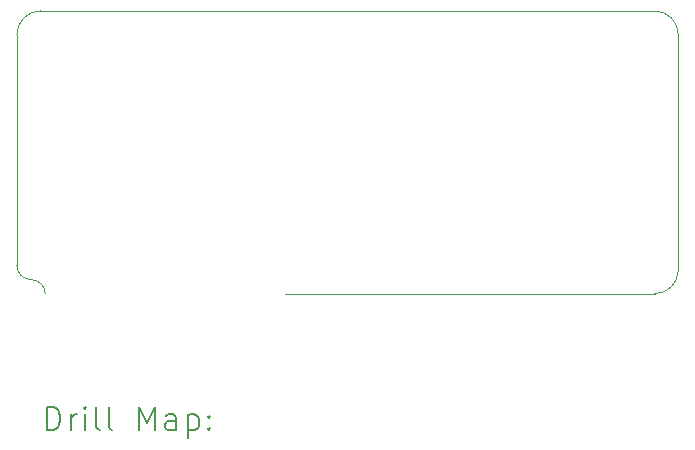
<source format=gbr>
%FSLAX45Y45*%
G04 Gerber Fmt 4.5, Leading zero omitted, Abs format (unit mm)*
G04 Created by KiCad (PCBNEW (6.0.0)) date 2022-01-13 15:14:11*
%MOMM*%
%LPD*%
G01*
G04 APERTURE LIST*
%TA.AperFunction,Profile*%
%ADD10C,0.050000*%
%TD*%
%ADD11C,0.200000*%
G04 APERTURE END LIST*
D10*
X6400000Y3394062D02*
X1200000Y3394062D01*
X6600062Y3194000D02*
X6600000Y1200000D01*
X3270000Y1000000D02*
X6399938Y999938D01*
X6600062Y3194000D02*
G75*
G03*
X6400000Y3394062I-200062J0D01*
G01*
X1200000Y3394062D02*
G75*
G03*
X999938Y3194000I0J-200062D01*
G01*
X999867Y1240133D02*
G75*
G03*
X1119933Y1120067I120067J0D01*
G01*
X6399938Y999938D02*
G75*
G03*
X6600000Y1200000I0J200062D01*
G01*
X1240000Y1000000D02*
G75*
G03*
X1119933Y1120067I-120067J0D01*
G01*
X999938Y3194000D02*
X999867Y1240133D01*
D11*
X1254986Y-155476D02*
X1254986Y44524D01*
X1302605Y44524D01*
X1331176Y35000D01*
X1350224Y15952D01*
X1359748Y-3095D01*
X1369272Y-41190D01*
X1369272Y-69762D01*
X1359748Y-107857D01*
X1350224Y-126905D01*
X1331176Y-145952D01*
X1302605Y-155476D01*
X1254986Y-155476D01*
X1454986Y-155476D02*
X1454986Y-22143D01*
X1454986Y-60238D02*
X1464510Y-41190D01*
X1474033Y-31667D01*
X1493081Y-22143D01*
X1512129Y-22143D01*
X1578795Y-155476D02*
X1578795Y-22143D01*
X1578795Y44524D02*
X1569271Y35000D01*
X1578795Y25476D01*
X1588319Y35000D01*
X1578795Y44524D01*
X1578795Y25476D01*
X1702605Y-155476D02*
X1683557Y-145952D01*
X1674033Y-126905D01*
X1674033Y44524D01*
X1807367Y-155476D02*
X1788319Y-145952D01*
X1778795Y-126905D01*
X1778795Y44524D01*
X2035938Y-155476D02*
X2035938Y44524D01*
X2102605Y-98333D01*
X2169272Y44524D01*
X2169272Y-155476D01*
X2350224Y-155476D02*
X2350224Y-50714D01*
X2340700Y-31667D01*
X2321653Y-22143D01*
X2283557Y-22143D01*
X2264510Y-31667D01*
X2350224Y-145952D02*
X2331176Y-155476D01*
X2283557Y-155476D01*
X2264510Y-145952D01*
X2254986Y-126905D01*
X2254986Y-107857D01*
X2264510Y-88809D01*
X2283557Y-79286D01*
X2331176Y-79286D01*
X2350224Y-69762D01*
X2445462Y-22143D02*
X2445462Y-222143D01*
X2445462Y-31667D02*
X2464510Y-22143D01*
X2502605Y-22143D01*
X2521653Y-31667D01*
X2531176Y-41190D01*
X2540700Y-60238D01*
X2540700Y-117381D01*
X2531176Y-136429D01*
X2521653Y-145952D01*
X2502605Y-155476D01*
X2464510Y-155476D01*
X2445462Y-145952D01*
X2626414Y-136429D02*
X2635938Y-145952D01*
X2626414Y-155476D01*
X2616891Y-145952D01*
X2626414Y-136429D01*
X2626414Y-155476D01*
X2626414Y-31667D02*
X2635938Y-41190D01*
X2626414Y-50714D01*
X2616891Y-41190D01*
X2626414Y-31667D01*
X2626414Y-50714D01*
M02*

</source>
